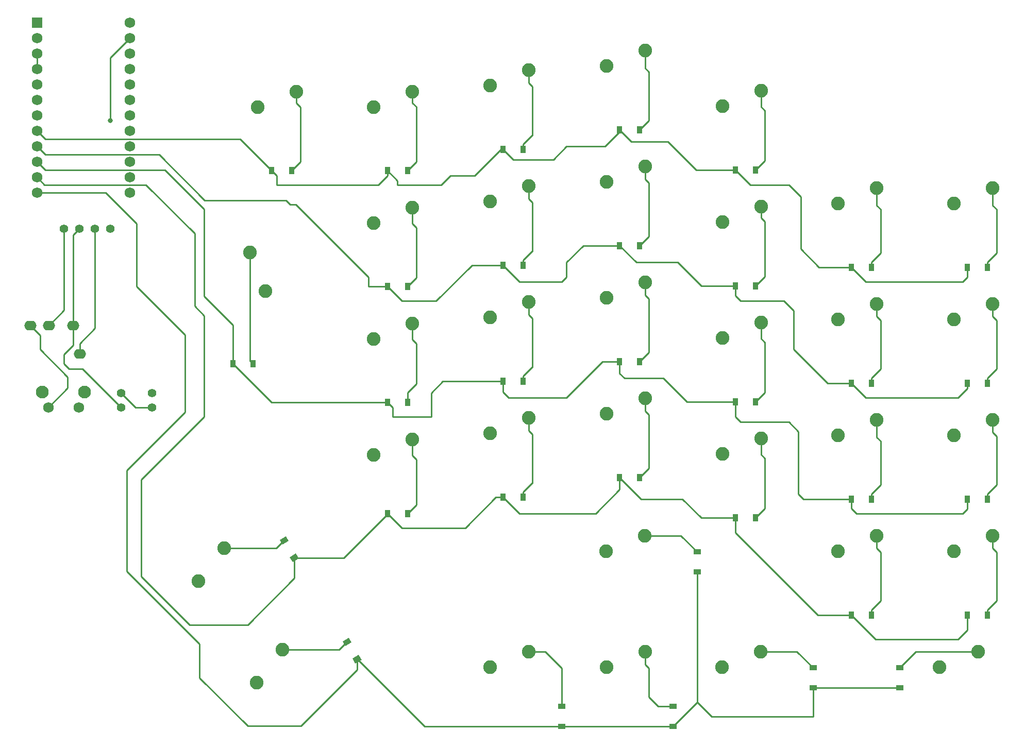
<source format=gbl>
G04 #@! TF.GenerationSoftware,KiCad,Pcbnew,5.1.10*
G04 #@! TF.CreationDate,2021-07-11T16:16:24-04:00*
G04 #@! TF.ProjectId,v02_right,7630325f-7269-4676-9874-2e6b69636164,rev?*
G04 #@! TF.SameCoordinates,Original*
G04 #@! TF.FileFunction,Copper,L2,Bot*
G04 #@! TF.FilePolarity,Positive*
%FSLAX46Y46*%
G04 Gerber Fmt 4.6, Leading zero omitted, Abs format (unit mm)*
G04 Created by KiCad (PCBNEW 5.1.10) date 2021-07-11 16:16:24*
%MOMM*%
%LPD*%
G01*
G04 APERTURE LIST*
G04 #@! TA.AperFunction,ComponentPad*
%ADD10C,2.100000*%
G04 #@! TD*
G04 #@! TA.AperFunction,ComponentPad*
%ADD11C,1.750000*%
G04 #@! TD*
G04 #@! TA.AperFunction,ComponentPad*
%ADD12O,2.000000X1.600000*%
G04 #@! TD*
G04 #@! TA.AperFunction,ComponentPad*
%ADD13C,2.250000*%
G04 #@! TD*
G04 #@! TA.AperFunction,SMDPad,CuDef*
%ADD14C,0.100000*%
G04 #@! TD*
G04 #@! TA.AperFunction,SMDPad,CuDef*
%ADD15R,1.200000X0.900000*%
G04 #@! TD*
G04 #@! TA.AperFunction,SMDPad,CuDef*
%ADD16R,0.900000X1.200000*%
G04 #@! TD*
G04 #@! TA.AperFunction,ComponentPad*
%ADD17C,1.397000*%
G04 #@! TD*
G04 #@! TA.AperFunction,ComponentPad*
%ADD18R,1.752600X1.752600*%
G04 #@! TD*
G04 #@! TA.AperFunction,ComponentPad*
%ADD19C,1.752600*%
G04 #@! TD*
G04 #@! TA.AperFunction,ViaPad*
%ADD20C,0.800000*%
G04 #@! TD*
G04 #@! TA.AperFunction,Conductor*
%ADD21C,0.250000*%
G04 #@! TD*
G04 APERTURE END LIST*
D10*
X-174418750Y-87997500D03*
D11*
X-175418750Y-90487500D03*
X-180418750Y-90487500D03*
D10*
X-181428750Y-87997500D03*
D12*
X-180331250Y-77075000D03*
X-183331250Y-77075000D03*
X-176331250Y-77075000D03*
X-175231250Y-81675000D03*
D13*
X-101490000Y-73197500D03*
X-107840000Y-75737500D03*
X-101435000Y-130651250D03*
X-107785000Y-133191250D03*
X-82385000Y-111601250D03*
X-88735000Y-114141250D03*
X-63335000Y-130651250D03*
X-69685000Y-133191250D03*
X-63303750Y-95578000D03*
X-69653750Y-98118000D03*
X-63303750Y-76528000D03*
X-69653750Y-79068000D03*
X-63303750Y-38428000D03*
X-69653750Y-40968000D03*
X-25241250Y-111601250D03*
X-31591250Y-114141250D03*
X-27622500Y-130651250D03*
X-33972500Y-133191250D03*
G04 #@! TA.AperFunction,SMDPad,CuDef*
D14*
G36*
X-130580385Y-129104519D02*
G01*
X-131619615Y-129704519D01*
X-132069615Y-128925097D01*
X-131030385Y-128325097D01*
X-130580385Y-129104519D01*
G37*
G04 #@! TD.AperFunction*
G04 #@! TA.AperFunction,SMDPad,CuDef*
G36*
X-128930385Y-131962403D02*
G01*
X-129969615Y-132562403D01*
X-130419615Y-131782981D01*
X-129380385Y-131182981D01*
X-128930385Y-131962403D01*
G37*
G04 #@! TD.AperFunction*
D15*
X-96043750Y-139637500D03*
X-96043750Y-142937500D03*
X-77787500Y-139637500D03*
X-77787500Y-142937500D03*
X-73818750Y-114237500D03*
X-73818750Y-117537500D03*
X-54768750Y-133287500D03*
X-54768750Y-136587500D03*
X-40481250Y-133287500D03*
X-40481250Y-136587500D03*
G04 #@! TA.AperFunction,SMDPad,CuDef*
D14*
G36*
X-140899135Y-112435769D02*
G01*
X-141938365Y-113035769D01*
X-142388365Y-112256347D01*
X-141349135Y-111656347D01*
X-140899135Y-112435769D01*
G37*
G04 #@! TD.AperFunction*
G04 #@! TA.AperFunction,SMDPad,CuDef*
G36*
X-139249135Y-115293653D02*
G01*
X-140288365Y-115893653D01*
X-140738365Y-115114231D01*
X-139699135Y-114514231D01*
X-139249135Y-115293653D01*
G37*
G04 #@! TD.AperFunction*
D16*
X-121381250Y-107950000D03*
X-124681250Y-107950000D03*
X-102380000Y-105265000D03*
X-105680000Y-105265000D03*
X-83230000Y-102040000D03*
X-86530000Y-102040000D03*
X-64230000Y-108640000D03*
X-67530000Y-108640000D03*
X-45181250Y-124618750D03*
X-48481250Y-124618750D03*
X-26131250Y-124618750D03*
X-29431250Y-124618750D03*
X-146781250Y-83343750D03*
X-150081250Y-83343750D03*
X-121381250Y-89693750D03*
X-124681250Y-89693750D03*
X-102380000Y-86215000D03*
X-105680000Y-86215000D03*
X-83230000Y-82990000D03*
X-86530000Y-82990000D03*
X-64230000Y-89590000D03*
X-67530000Y-89590000D03*
X-45181250Y-105568750D03*
X-48481250Y-105568750D03*
X-26131250Y-105568750D03*
X-29431250Y-105568750D03*
X-121381250Y-70643750D03*
X-124681250Y-70643750D03*
X-102380000Y-67165000D03*
X-105680000Y-67165000D03*
X-83230000Y-63940000D03*
X-86530000Y-63940000D03*
X-64230000Y-70540000D03*
X-67530000Y-70540000D03*
X-45181250Y-86518750D03*
X-48481250Y-86518750D03*
X-26131250Y-86518750D03*
X-29431250Y-86518750D03*
X-140431250Y-51593750D03*
X-143731250Y-51593750D03*
X-121381250Y-51593750D03*
X-124681250Y-51593750D03*
X-102380000Y-48115000D03*
X-105680000Y-48115000D03*
X-83230000Y-44890000D03*
X-86530000Y-44890000D03*
X-64230000Y-51490000D03*
X-67530000Y-51490000D03*
X-45181250Y-67468750D03*
X-48481250Y-67468750D03*
X-26131250Y-67468750D03*
X-29431250Y-67468750D03*
D13*
X-147260000Y-64991000D03*
X-144720000Y-71341000D03*
X-120590000Y-57676000D03*
X-126940000Y-60216000D03*
X-63303750Y-57478000D03*
X-69653750Y-60018000D03*
X-120590000Y-38626000D03*
X-126940000Y-41166000D03*
D17*
X-168433750Y-88106250D03*
X-163353750Y-88106250D03*
X-163353750Y-90487500D03*
X-168433750Y-90487500D03*
X-170180000Y-61118750D03*
X-172720000Y-61118750D03*
X-175260000Y-61118750D03*
X-177800000Y-61118750D03*
D18*
X-182245000Y-27305000D03*
D19*
X-182245000Y-29845000D03*
X-182245000Y-32385000D03*
X-182245000Y-34925000D03*
X-182245000Y-37465000D03*
X-182245000Y-40005000D03*
X-182245000Y-42545000D03*
X-182245000Y-45085000D03*
X-182245000Y-47625000D03*
X-182245000Y-50165000D03*
X-182245000Y-52705000D03*
X-167005000Y-55245000D03*
X-167005000Y-52705000D03*
X-167005000Y-50165000D03*
X-167005000Y-47625000D03*
X-167005000Y-45085000D03*
X-167005000Y-42545000D03*
X-167005000Y-40005000D03*
X-167005000Y-37465000D03*
X-167005000Y-34925000D03*
X-167005000Y-32385000D03*
X-167005000Y-29845000D03*
X-182245000Y-55245000D03*
X-167005000Y-27305000D03*
D13*
X-141952795Y-130330591D03*
X-146182057Y-135705295D03*
X-82321500Y-130663250D03*
X-88671500Y-133203250D03*
X-151477795Y-113661841D03*
X-155707057Y-119036545D03*
X-120590000Y-95776000D03*
X-126940000Y-98316000D03*
X-101490000Y-92247500D03*
X-107840000Y-94787500D03*
X-82340000Y-88990750D03*
X-88690000Y-91530750D03*
X-44291250Y-111601250D03*
X-50641250Y-114141250D03*
X-120590000Y-76726000D03*
X-126940000Y-79266000D03*
X-82340000Y-69940750D03*
X-88690000Y-72480750D03*
X-44291250Y-92551250D03*
X-50641250Y-95091250D03*
X-25241250Y-92551250D03*
X-31591250Y-95091250D03*
X-101490000Y-54147500D03*
X-107840000Y-56687500D03*
X-82340000Y-50890750D03*
X-88690000Y-53430750D03*
X-44291250Y-73501250D03*
X-50641250Y-76041250D03*
X-25241250Y-73501250D03*
X-31591250Y-76041250D03*
X-139640000Y-38638500D03*
X-145990000Y-41178500D03*
X-101490000Y-35097500D03*
X-107840000Y-37637500D03*
X-82340000Y-31840750D03*
X-88690000Y-34380750D03*
X-44291250Y-54451250D03*
X-50641250Y-56991250D03*
X-25241250Y-54451250D03*
X-31591250Y-56991250D03*
D20*
X-170180000Y-43338750D03*
D21*
X-25241250Y-54451250D02*
X-25241250Y-57308750D01*
X-25241250Y-57308750D02*
X-24606250Y-57943750D01*
X-26131250Y-66612500D02*
X-24606250Y-65087500D01*
X-26131250Y-67468750D02*
X-26131250Y-66612500D01*
X-24606250Y-65087500D02*
X-24606250Y-65150000D01*
X-24606250Y-57943750D02*
X-24606250Y-65087500D01*
X-46100000Y-69850000D02*
X-48481250Y-67468750D01*
X-30162500Y-69850000D02*
X-46100000Y-69850000D01*
X-29431250Y-69118750D02*
X-30162500Y-69850000D01*
X-29431250Y-67468750D02*
X-29431250Y-69118750D01*
X-65045000Y-53975000D02*
X-67530000Y-51490000D01*
X-48481250Y-67468750D02*
X-51593750Y-67468750D01*
X-67530000Y-51490000D02*
X-73922500Y-51490000D01*
X-73922500Y-51490000D02*
X-78581250Y-46831250D01*
X-84588750Y-46831250D02*
X-86530000Y-44890000D01*
X-78581250Y-46831250D02*
X-84588750Y-46831250D01*
X-86530000Y-44890000D02*
X-86530000Y-45255000D01*
X-86530000Y-45255000D02*
X-88900000Y-47625000D01*
X-103981250Y-49813750D02*
X-105680000Y-48115000D01*
X-123031250Y-53975000D02*
X-123031250Y-53243750D01*
X-123031250Y-53243750D02*
X-124681250Y-51593750D01*
X-115887500Y-53975000D02*
X-123031250Y-53975000D01*
X-114300000Y-52387500D02*
X-115887500Y-53975000D01*
X-110331250Y-52387500D02*
X-114300000Y-52387500D01*
X-106058750Y-48115000D02*
X-110331250Y-52387500D01*
X-105680000Y-48115000D02*
X-106058750Y-48115000D01*
X-124681250Y-51593750D02*
X-124681250Y-52450000D01*
X-124681250Y-52450000D02*
X-126206250Y-53975000D01*
X-126206250Y-53975000D02*
X-142875000Y-53975000D01*
X-142875000Y-52450000D02*
X-143731250Y-51593750D01*
X-142875000Y-53975000D02*
X-142875000Y-52450000D01*
X-53817660Y-67468750D02*
X-56806260Y-64480150D01*
X-51593750Y-67468750D02*
X-53817660Y-67468750D01*
X-56806260Y-64480150D02*
X-56806260Y-55906240D01*
X-56806260Y-55906240D02*
X-58737500Y-53975000D01*
X-58737500Y-53975000D02*
X-65087500Y-53975000D01*
X-88900000Y-47625000D02*
X-95250000Y-47625000D01*
X-97438750Y-49813750D02*
X-103981250Y-49813750D01*
X-95250000Y-47625000D02*
X-97438750Y-49813750D01*
X-180906301Y-46423699D02*
X-182245000Y-45085000D01*
X-148901301Y-46423699D02*
X-180906301Y-46423699D01*
X-143731250Y-51593750D02*
X-148901301Y-46423699D01*
X-44291250Y-54451250D02*
X-44291250Y-57308750D01*
X-44291250Y-57308750D02*
X-43656250Y-57943750D01*
X-45181250Y-66612500D02*
X-43656250Y-65087500D01*
X-45181250Y-67468750D02*
X-45181250Y-66612500D01*
X-43656250Y-65087500D02*
X-43656250Y-65150000D01*
X-43656250Y-57943750D02*
X-43656250Y-65087500D01*
X-62668750Y-49928750D02*
X-64230000Y-51490000D01*
X-62668750Y-41730000D02*
X-62668750Y-49928750D01*
X-63303750Y-41095000D02*
X-62668750Y-41730000D01*
X-63303750Y-38428000D02*
X-63303750Y-41095000D01*
X-81705000Y-43365000D02*
X-83230000Y-44890000D01*
X-82340000Y-34730000D02*
X-81705000Y-35365000D01*
X-81705000Y-35365000D02*
X-81705000Y-43365000D01*
X-82340000Y-31840750D02*
X-82340000Y-34730000D01*
X-101490000Y-35097500D02*
X-101490000Y-37161250D01*
X-101490000Y-37161250D02*
X-100855000Y-37796250D01*
X-102380000Y-47258750D02*
X-100855000Y-45733750D01*
X-102380000Y-48115000D02*
X-102380000Y-47258750D01*
X-100855000Y-45733750D02*
X-100855000Y-45796250D01*
X-100855000Y-37796250D02*
X-100855000Y-45733750D01*
X-119955000Y-50167500D02*
X-121381250Y-51593750D01*
X-119955000Y-41102500D02*
X-119955000Y-50167500D01*
X-120590000Y-40467500D02*
X-119955000Y-41102500D01*
X-120590000Y-38626000D02*
X-120590000Y-40467500D01*
X-139005000Y-41115000D02*
X-139005000Y-50167500D01*
X-139005000Y-50167500D02*
X-140431250Y-51593750D01*
X-139640000Y-40480000D02*
X-139005000Y-41115000D01*
X-139640000Y-38638500D02*
X-139640000Y-40480000D01*
X-25241250Y-73501250D02*
X-25241250Y-75565000D01*
X-25241250Y-75565000D02*
X-24606250Y-76200000D01*
X-26131250Y-85662500D02*
X-24606250Y-84137500D01*
X-26131250Y-86518750D02*
X-26131250Y-85662500D01*
X-24606250Y-84137500D02*
X-24606250Y-84200000D01*
X-24606250Y-76200000D02*
X-24606250Y-84137500D01*
X-29431250Y-86518750D02*
X-29431250Y-87375000D01*
X-29431250Y-87375000D02*
X-30956250Y-88900000D01*
X-46100000Y-88900000D02*
X-48481250Y-86518750D01*
X-30956250Y-88900000D02*
X-46100000Y-88900000D01*
X-67530000Y-70540000D02*
X-73128750Y-70540000D01*
X-73128750Y-70540000D02*
X-76993750Y-66675000D01*
X-83795000Y-66675000D02*
X-86530000Y-63940000D01*
X-76993750Y-66675000D02*
X-83795000Y-66675000D01*
X-105680000Y-67165000D02*
X-110821250Y-67165000D01*
X-110821250Y-67165000D02*
X-116681250Y-73025000D01*
X-122300000Y-73025000D02*
X-124681250Y-70643750D01*
X-116681250Y-73025000D02*
X-122300000Y-73025000D01*
X-67530000Y-72170000D02*
X-67530000Y-70540000D01*
X-66675000Y-73025000D02*
X-67530000Y-72170000D01*
X-59531250Y-73025000D02*
X-66675000Y-73025000D01*
X-57943750Y-80962500D02*
X-57943750Y-74612500D01*
X-52387500Y-86518750D02*
X-57943750Y-80962500D01*
X-57943750Y-74612500D02*
X-59531250Y-73025000D01*
X-48481250Y-86518750D02*
X-52387500Y-86518750D01*
X-86530000Y-63940000D02*
X-92515000Y-63940000D01*
X-92515000Y-63940000D02*
X-95250000Y-66675000D01*
X-95250000Y-66675000D02*
X-95250000Y-69056250D01*
X-95250000Y-69056250D02*
X-96043750Y-69850000D01*
X-96043750Y-69850000D02*
X-102995000Y-69850000D01*
X-102995000Y-69850000D02*
X-103091250Y-69753750D01*
X-103091250Y-69753750D02*
X-105680000Y-67165000D01*
X-162173801Y-48963699D02*
X-180906301Y-48963699D01*
X-154691199Y-56446301D02*
X-162173801Y-48963699D01*
X-180906301Y-48963699D02*
X-182245000Y-47625000D01*
X-140673852Y-57150000D02*
X-141377551Y-56446301D01*
X-139700000Y-57150000D02*
X-140673852Y-57150000D01*
X-127793750Y-69056250D02*
X-139700000Y-57150000D01*
X-127793750Y-70643750D02*
X-127793750Y-69056250D01*
X-141377551Y-56446301D02*
X-154691199Y-56446301D01*
X-124681250Y-70643750D02*
X-127793750Y-70643750D01*
X-44291250Y-73501250D02*
X-44291250Y-75565000D01*
X-44291250Y-75565000D02*
X-43656250Y-76200000D01*
X-45181250Y-85662500D02*
X-43656250Y-84137500D01*
X-45181250Y-86518750D02*
X-45181250Y-85662500D01*
X-43656250Y-84137500D02*
X-43656250Y-84200000D01*
X-43656250Y-76200000D02*
X-43656250Y-84137500D01*
X-62668750Y-59986250D02*
X-62668750Y-68978750D01*
X-63303750Y-59351250D02*
X-62668750Y-59986250D01*
X-62668750Y-68978750D02*
X-64230000Y-70540000D01*
X-63303750Y-57478000D02*
X-63303750Y-59351250D01*
X-81705000Y-62415000D02*
X-83230000Y-63940000D01*
X-81705000Y-53621250D02*
X-81705000Y-62415000D01*
X-82340000Y-52986250D02*
X-81705000Y-53621250D01*
X-82340000Y-50890750D02*
X-82340000Y-52986250D01*
X-101490000Y-54147500D02*
X-101490000Y-56211250D01*
X-101490000Y-56211250D02*
X-100855000Y-56846250D01*
X-102380000Y-67165000D02*
X-102380000Y-66308750D01*
X-102380000Y-66308750D02*
X-100855000Y-64783750D01*
X-100855000Y-64783750D02*
X-100855000Y-64846250D01*
X-100855000Y-56846250D02*
X-100855000Y-64783750D01*
X-120590000Y-57676000D02*
X-120590000Y-60311250D01*
X-120590000Y-60311250D02*
X-119955000Y-60946250D01*
X-119955000Y-69217500D02*
X-121381250Y-70643750D01*
X-119955000Y-67567500D02*
X-119955000Y-69217500D01*
X-119955000Y-60946250D02*
X-119955000Y-67567500D01*
X-119955000Y-67567500D02*
X-119955000Y-68152500D01*
X-25241250Y-92551250D02*
X-25241250Y-94615000D01*
X-25241250Y-94615000D02*
X-24606250Y-95250000D01*
X-26131250Y-104712500D02*
X-24606250Y-103187500D01*
X-26131250Y-105568750D02*
X-26131250Y-104712500D01*
X-24606250Y-103187500D02*
X-24606250Y-103250000D01*
X-24606250Y-95250000D02*
X-24606250Y-103187500D01*
X-182403750Y-50006250D02*
X-182245000Y-50165000D01*
X-48481250Y-107093750D02*
X-48481250Y-105568750D01*
X-47625000Y-107950000D02*
X-48481250Y-107093750D01*
X-30162500Y-107950000D02*
X-47625000Y-107950000D01*
X-29431250Y-107218750D02*
X-30162500Y-107950000D01*
X-29431250Y-105568750D02*
X-29431250Y-107218750D01*
X-48481250Y-105568750D02*
X-56356250Y-105568750D01*
X-56356250Y-105568750D02*
X-57150000Y-104775000D01*
X-67530000Y-92013750D02*
X-67530000Y-89590000D01*
X-66675000Y-92868750D02*
X-67530000Y-92013750D01*
X-105680000Y-86215000D02*
X-115583750Y-86215000D01*
X-115583750Y-86215000D02*
X-117475000Y-88106250D01*
X-117475000Y-88106250D02*
X-117475000Y-92075000D01*
X-117475000Y-92075000D02*
X-123825000Y-92075000D01*
X-123825000Y-90550000D02*
X-124681250Y-89693750D01*
X-123825000Y-92075000D02*
X-123825000Y-90550000D01*
X-143731250Y-89693750D02*
X-150081250Y-83343750D01*
X-124681250Y-89693750D02*
X-143731250Y-89693750D01*
X-150081250Y-83343750D02*
X-150081250Y-76931250D01*
X-150081250Y-76931250D02*
X-154781250Y-72231250D01*
X-57150000Y-104775000D02*
X-57150000Y-94456250D01*
X-57150000Y-94456250D02*
X-58737500Y-92868750D01*
X-58737500Y-92868750D02*
X-66675000Y-92868750D01*
X-86530000Y-84920000D02*
X-86530000Y-82990000D01*
X-85725000Y-85725000D02*
X-86530000Y-84920000D01*
X-79375000Y-85725000D02*
X-85725000Y-85725000D01*
X-75510000Y-89590000D02*
X-79375000Y-85725000D01*
X-67530000Y-89590000D02*
X-75510000Y-89590000D01*
X-105680000Y-87995000D02*
X-105680000Y-86215000D01*
X-104775000Y-88900000D02*
X-105680000Y-87995000D01*
X-95250000Y-88900000D02*
X-104775000Y-88900000D01*
X-89340000Y-82990000D02*
X-95250000Y-88900000D01*
X-86530000Y-82990000D02*
X-89340000Y-82990000D01*
X-154781250Y-72231250D02*
X-154781250Y-57943750D01*
X-180906301Y-51503699D02*
X-182245000Y-50165000D01*
X-161221301Y-51503699D02*
X-180906301Y-51503699D01*
X-154781250Y-57943750D02*
X-161221301Y-51503699D01*
X-44291250Y-92551250D02*
X-44291250Y-95408750D01*
X-44291250Y-95408750D02*
X-43656250Y-96043750D01*
X-45181250Y-104712500D02*
X-43656250Y-103187500D01*
X-45181250Y-105568750D02*
X-45181250Y-104712500D01*
X-43656250Y-103187500D02*
X-43656250Y-103250000D01*
X-43656250Y-96043750D02*
X-43656250Y-103187500D01*
X-62668750Y-88028750D02*
X-64230000Y-89590000D01*
X-62668750Y-79830000D02*
X-62668750Y-88028750D01*
X-63303750Y-79195000D02*
X-62668750Y-79830000D01*
X-63303750Y-76528000D02*
X-63303750Y-79195000D01*
X-81705000Y-81465000D02*
X-83230000Y-82990000D01*
X-81705000Y-72671250D02*
X-81705000Y-81465000D01*
X-82340000Y-72036250D02*
X-81705000Y-72671250D01*
X-82340000Y-69940750D02*
X-82340000Y-72036250D01*
X-101490000Y-73197500D02*
X-101490000Y-75261250D01*
X-101490000Y-75261250D02*
X-100855000Y-75896250D01*
X-102380000Y-85358750D02*
X-100855000Y-83833750D01*
X-102380000Y-86215000D02*
X-102380000Y-85358750D01*
X-100855000Y-83833750D02*
X-100855000Y-83896250D01*
X-100855000Y-75896250D02*
X-100855000Y-83833750D01*
X-120590000Y-76726000D02*
X-120590000Y-79361250D01*
X-120590000Y-79361250D02*
X-119955000Y-79996250D01*
X-121381250Y-88043750D02*
X-119955000Y-86617500D01*
X-121381250Y-89693750D02*
X-121381250Y-88043750D01*
X-119955000Y-79996250D02*
X-119955000Y-86617500D01*
X-147260000Y-82865000D02*
X-146781250Y-83343750D01*
X-147260000Y-64991000D02*
X-147260000Y-82865000D01*
X-25241250Y-111601250D02*
X-25241250Y-113665000D01*
X-25241250Y-113665000D02*
X-24606250Y-114300000D01*
X-26131250Y-124618750D02*
X-26131250Y-123762500D01*
X-24606250Y-122237500D02*
X-24606250Y-122300000D01*
X-26131250Y-123762500D02*
X-24606250Y-122237500D01*
X-24606250Y-114300000D02*
X-24606250Y-122237500D01*
X-182721250Y-53181250D02*
X-182245000Y-52705000D01*
X-44512500Y-128587500D02*
X-48481250Y-124618750D01*
X-30956250Y-128587500D02*
X-44512500Y-128587500D01*
X-29431250Y-127062500D02*
X-30956250Y-128587500D01*
X-29431250Y-124618750D02*
X-29431250Y-127062500D01*
X-48481250Y-124618750D02*
X-53975000Y-124618750D01*
X-53975000Y-124618750D02*
X-67530000Y-111063750D01*
X-102995000Y-107950000D02*
X-105680000Y-105265000D01*
X-105680000Y-105265000D02*
X-106852500Y-105265000D01*
X-106852500Y-105265000D02*
X-111918750Y-110331250D01*
X-122300000Y-110331250D02*
X-124681250Y-107950000D01*
X-111918750Y-110331250D02*
X-122300000Y-110331250D01*
X-124681250Y-107950000D02*
X-124681250Y-108012500D01*
X-131872692Y-115203942D02*
X-139993750Y-115203942D01*
X-124681250Y-108012500D02*
X-131872692Y-115203942D01*
X-181043699Y-53906301D02*
X-182245000Y-52705000D01*
X-164374949Y-53906301D02*
X-181043699Y-53906301D01*
X-156368750Y-73818750D02*
X-156368750Y-61912500D01*
X-154781250Y-75406250D02*
X-156368750Y-73818750D01*
X-154781250Y-92075000D02*
X-154781250Y-75406250D01*
X-165100000Y-102393750D02*
X-154781250Y-92075000D01*
X-165100000Y-118268750D02*
X-165100000Y-102393750D01*
X-157162500Y-126206250D02*
X-165100000Y-118268750D01*
X-156368750Y-61912500D02*
X-164374949Y-53906301D01*
X-147637500Y-126206250D02*
X-157162500Y-126206250D01*
X-139993750Y-118562500D02*
X-147637500Y-126206250D01*
X-139993750Y-115203942D02*
X-139993750Y-118562500D01*
X-67530000Y-111063750D02*
X-67530000Y-108640000D01*
X-67530000Y-108640000D02*
X-73128750Y-108640000D01*
X-73128750Y-108640000D02*
X-76200000Y-105568750D01*
X-83001250Y-105568750D02*
X-86530000Y-102040000D01*
X-76200000Y-105568750D02*
X-83001250Y-105568750D01*
X-86530000Y-102040000D02*
X-86530000Y-103992500D01*
X-90487500Y-107950000D02*
X-102995000Y-107950000D01*
X-86530000Y-103992500D02*
X-90487500Y-107950000D01*
X-44291250Y-111601250D02*
X-44291250Y-113665000D01*
X-44291250Y-113665000D02*
X-43656250Y-114300000D01*
X-45181250Y-123762500D02*
X-43656250Y-122237500D01*
X-45181250Y-124618750D02*
X-45181250Y-123762500D01*
X-43656250Y-122237500D02*
X-43656250Y-122300000D01*
X-43656250Y-114300000D02*
X-43656250Y-122237500D01*
X-62668750Y-98880000D02*
X-62668750Y-107078750D01*
X-63303750Y-98245000D02*
X-62668750Y-98880000D01*
X-62668750Y-107078750D02*
X-64230000Y-108640000D01*
X-63303750Y-95578000D02*
X-63303750Y-98245000D01*
X-81705000Y-100515000D02*
X-83230000Y-102040000D01*
X-81705000Y-91721250D02*
X-81705000Y-100515000D01*
X-82340000Y-91086250D02*
X-81705000Y-91721250D01*
X-82340000Y-88990750D02*
X-82340000Y-91086250D01*
X-101490000Y-92247500D02*
X-101490000Y-94311250D01*
X-101490000Y-94311250D02*
X-100855000Y-94946250D01*
X-102380000Y-105265000D02*
X-102380000Y-104408750D01*
X-100855000Y-102883750D02*
X-100855000Y-102946250D01*
X-102380000Y-104408750D02*
X-100855000Y-102883750D01*
X-100855000Y-94946250D02*
X-100855000Y-102883750D01*
X-120590000Y-95776000D02*
X-120590000Y-98411250D01*
X-120590000Y-98411250D02*
X-119955000Y-99046250D01*
X-119955000Y-106523750D02*
X-121381250Y-107950000D01*
X-119955000Y-105667500D02*
X-119955000Y-106523750D01*
X-119955000Y-99046250D02*
X-119955000Y-105667500D01*
X-119955000Y-105667500D02*
X-119955000Y-106252500D01*
X-142959533Y-113661841D02*
X-141643750Y-112346058D01*
X-151477795Y-113661841D02*
X-142959533Y-113661841D01*
X-37845000Y-130651250D02*
X-40481250Y-133287500D01*
X-27622500Y-130651250D02*
X-37845000Y-130651250D01*
X-40481250Y-136587500D02*
X-54768750Y-136587500D01*
X-54768750Y-136587500D02*
X-54768750Y-141287500D01*
X-54768750Y-141287500D02*
X-71437500Y-141287500D01*
X-71437500Y-141287500D02*
X-73818750Y-138906250D01*
X-73818750Y-138906250D02*
X-73818750Y-117537500D01*
X-77787500Y-142937500D02*
X-96043750Y-142937500D01*
X-118610192Y-142937500D02*
X-129675000Y-131872692D01*
X-96043750Y-142937500D02*
X-118610192Y-142937500D01*
X-129675000Y-131872692D02*
X-129675000Y-133643750D01*
X-129675000Y-133643750D02*
X-138906250Y-142875000D01*
X-138906250Y-142875000D02*
X-147637500Y-142875000D01*
X-147637500Y-142875000D02*
X-155575000Y-134937500D01*
X-155575000Y-134937500D02*
X-155575000Y-129381250D01*
X-155575000Y-129381250D02*
X-167481250Y-117475000D01*
X-167481250Y-117475000D02*
X-167481250Y-100806250D01*
X-167481250Y-100806250D02*
X-157956250Y-91281250D01*
X-157956250Y-91281250D02*
X-157956250Y-78581250D01*
X-157956250Y-78581250D02*
X-165893750Y-70643750D01*
X-165893750Y-70643750D02*
X-165893750Y-60325000D01*
X-170973750Y-55245000D02*
X-182245000Y-55245000D01*
X-165893750Y-60325000D02*
X-170973750Y-55245000D01*
X-73818750Y-138968750D02*
X-77787500Y-142937500D01*
X-73818750Y-138906250D02*
X-73818750Y-138968750D01*
X-57405000Y-130651250D02*
X-54768750Y-133287500D01*
X-63335000Y-130651250D02*
X-57405000Y-130651250D01*
X-76455000Y-111601250D02*
X-73818750Y-114237500D01*
X-82385000Y-111601250D02*
X-76455000Y-111601250D01*
X-82321500Y-130663250D02*
X-82321500Y-132778500D01*
X-82321500Y-132778500D02*
X-81750000Y-133350000D01*
X-81750000Y-133350000D02*
X-81750000Y-138118750D01*
X-80231250Y-139637500D02*
X-77787500Y-139637500D01*
X-81750000Y-138118750D02*
X-80231250Y-139637500D01*
X-101435000Y-130651250D02*
X-98742500Y-130651250D01*
X-96043750Y-133350000D02*
X-96043750Y-139637500D01*
X-98742500Y-130651250D02*
X-96043750Y-133350000D01*
X-132640783Y-130330591D02*
X-131325000Y-129014808D01*
X-141952795Y-130330591D02*
X-132640783Y-130330591D01*
X-166550102Y-47625000D02*
X-167005000Y-47625000D01*
X-166687500Y-55562500D02*
X-167005000Y-55245000D01*
X-166052500Y-90487500D02*
X-168433750Y-88106250D01*
X-163353750Y-90487500D02*
X-166052500Y-90487500D01*
X-163353750Y-90487500D02*
X-164341578Y-90487500D01*
X-175231250Y-81675000D02*
X-175231250Y-79981250D01*
X-172720000Y-77470000D02*
X-172720000Y-61118750D01*
X-175231250Y-79981250D02*
X-172720000Y-77470000D01*
X-177800000Y-74543750D02*
X-177800000Y-61118750D01*
X-180331250Y-77075000D02*
X-177800000Y-74543750D01*
X-168433750Y-90487500D02*
X-174783750Y-84137500D01*
X-174783750Y-84137500D02*
X-177006250Y-84137500D01*
X-177006250Y-84137500D02*
X-177800000Y-83343750D01*
X-177800000Y-83343750D02*
X-177800000Y-81756250D01*
X-176331250Y-80287500D02*
X-176331250Y-77075000D01*
X-177800000Y-81756250D02*
X-176331250Y-80287500D01*
X-176331250Y-62190000D02*
X-175260000Y-61118750D01*
X-176331250Y-77075000D02*
X-176331250Y-62190000D01*
X-182245000Y-32385000D02*
X-182245000Y-34925000D01*
X-180418750Y-90487500D02*
X-177243750Y-87312500D01*
X-177243750Y-87312500D02*
X-177243750Y-85487500D01*
X-177243750Y-85487500D02*
X-181768750Y-80962500D01*
X-181768750Y-78637500D02*
X-183331250Y-77075000D01*
X-181768750Y-80962500D02*
X-181768750Y-78637500D01*
X-170180000Y-33020000D02*
X-167005000Y-29845000D01*
X-170180000Y-43338750D02*
X-170180000Y-33020000D01*
M02*

</source>
